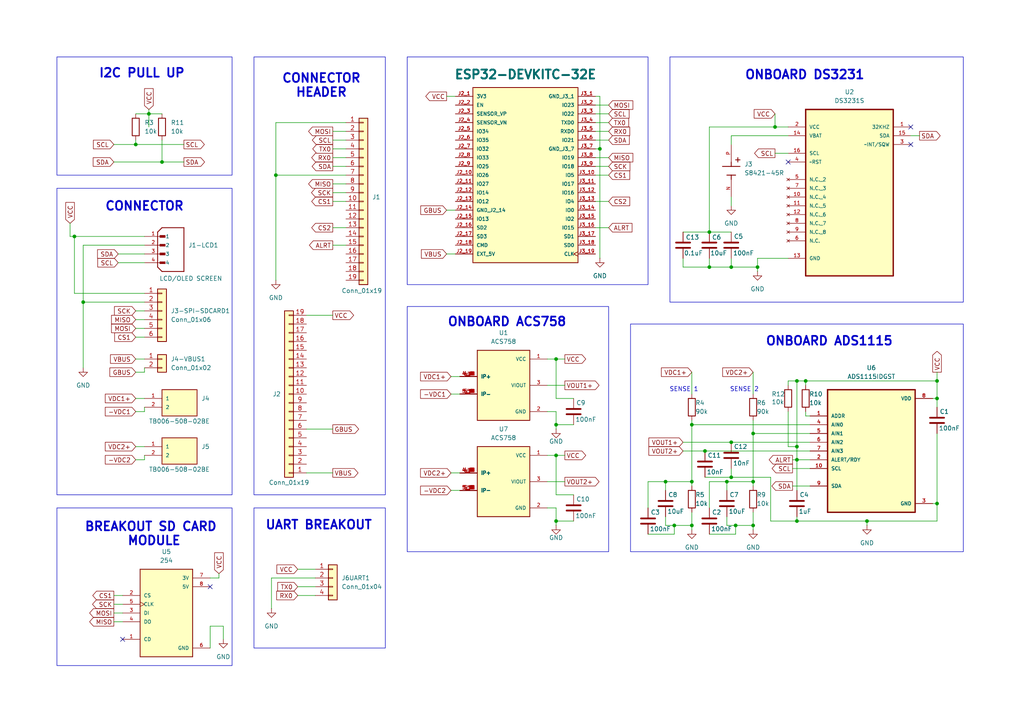
<source format=kicad_sch>
(kicad_sch (version 20231120) (generator "eeschema") (generator_version "8.0")
  (paper "A4")
  (title_block (title "Solar Panel Monitoring") (date "2025-01-03"))
  (junction (at 43.18 33.02))
  (junction (at 224.79 36.83))
  (junction (at 210.82 139.7))
  (junction (at 200.66 152.4))
  (junction (at 161.29 132.08))
  (junction (at 161.29 151.13))
  (junction (at 200.66 123.19))
  (junction (at 271.78 110.49))
  (junction (at 80.01 50.8))
  (junction (at 213.36 152.4))
  (junction (at 219.71 77.47))
  (junction (at 231.14 129.54))
  (junction (at 271.78 115.57))
  (junction (at 251.46 151.13))
  (junction (at 212.09 77.47))
  (junction (at 233.68 110.49))
  (junction (at 205.74 77.47))
  (junction (at 193.04 139.7))
  (junction (at 218.44 125.73))
  (junction (at 231.14 151.13))
  (junction (at 218.44 139.7))
  (junction (at 21.59 68.58))
  (junction (at 46.99 46.99))
  (junction (at 39.37 41.91))
  (junction (at 231.14 133.35))
  (junction (at 24.13 87.63))
  (junction (at 212.09 128.27))
  (junction (at 200.66 139.7))
  (junction (at 195.58 152.4))
  (junction (at 173.99 43.18))
  (junction (at 205.74 67.31))
  (junction (at 161.29 104.14))
  (junction (at 212.09 138.43))
  (junction (at 161.29 123.19))
  (junction (at 204.47 130.81))
  (junction (at 231.14 110.49))
  (junction (at 218.44 152.4))
  (junction (at 271.78 146.05))
  (no_connect (at 264.16 41.91))
  (no_connect (at 35.56 185.42))
  (no_connect (at 264.16 36.83))
  (no_connect (at 60.96 170.18))
  (no_connect (at 228.6 46.99))
  (wire (pts (xy 161.29 119.38) (xy 161.29 123.19)))
  (wire (pts (xy 43.18 31.75) (xy 43.18 33.02)))
  (wire (pts (xy 39.37 92.71) (xy 41.91 92.71)))
  (wire (pts (xy 172.72 48.26) (xy 176.53 48.26)))
  (wire (pts (xy 60.96 187.96) (xy 60.96 181.61)))
  (wire (pts (xy 43.18 33.02) (xy 46.99 33.02)))
  (wire (pts (xy 233.68 110.49) (xy 271.78 110.49)))
  (wire (pts (xy 41.91 133.35) (xy 39.37 133.35)))
  (wire (pts (xy 130.81 109.22) (xy 133.35 109.22)))
  (wire (pts (xy 172.72 50.8) (xy 176.53 50.8)))
  (wire (pts (xy 100.33 35.56) (xy 80.01 35.56)))
  (wire (pts (xy 33.02 177.8) (xy 35.56 177.8)))
  (wire (pts (xy 172.72 38.1) (xy 176.53 38.1)))
  (wire (pts (xy 198.12 77.47) (xy 205.74 77.47)))
  (wire (pts (xy 172.72 30.48) (xy 176.53 30.48)))
  (wire (pts (xy 219.71 77.47) (xy 219.71 78.74)))
  (wire (pts (xy 271.78 115.57) (xy 270.51 115.57)))
  (wire (pts (xy 200.66 139.7) (xy 193.04 139.7)))
  (wire (pts (xy 161.29 123.19) (xy 166.37 123.19)))
  (wire (pts (xy 218.44 148.59) (xy 218.44 152.4)))
  (wire (pts (xy 228.6 119.38) (xy 228.6 129.54)))
  (wire (pts (xy 64.77 181.61) (xy 64.77 185.42)))
  (wire (pts (xy 213.36 152.4) (xy 218.44 152.4)))
  (wire (pts (xy 210.82 152.4) (xy 213.36 152.4)))
  (wire (pts (xy 224.79 33.02) (xy 224.79 36.83)))
  (wire (pts (xy 218.44 139.7) (xy 218.44 140.97)))
  (wire (pts (xy 233.68 120.65) (xy 233.68 119.38)))
  (wire (pts (xy 96.52 45.72) (xy 100.33 45.72)))
  (wire (pts (xy 212.09 74.93) (xy 212.09 77.47)))
  (wire (pts (xy 129.54 60.96) (xy 132.08 60.96)))
  (wire (pts (xy 96.52 40.64) (xy 100.33 40.64)))
  (wire (pts (xy 39.37 95.25) (xy 41.91 95.25)))
  (wire (pts (xy 88.9 91.44) (xy 96.52 91.44)))
  (wire (pts (xy 33.02 172.72) (xy 35.56 172.72)))
  (wire (pts (xy 229.87 140.97) (xy 234.95 140.97)))
  (wire (pts (xy 200.66 123.19) (xy 200.66 139.7)))
  (wire (pts (xy 187.96 154.94) (xy 195.58 154.94)))
  (wire (pts (xy 41.91 132.08) (xy 41.91 133.35)))
  (wire (pts (xy 96.52 55.88) (xy 100.33 55.88)))
  (wire (pts (xy 224.79 44.45) (xy 228.6 44.45)))
  (wire (pts (xy 205.74 77.47) (xy 212.09 77.47)))
  (wire (pts (xy 210.82 149.86) (xy 210.82 152.4)))
  (wire (pts (xy 161.29 151.13) (xy 166.37 151.13)))
  (wire (pts (xy 158.75 139.7) (xy 163.83 139.7)))
  (wire (pts (xy 231.14 133.35) (xy 231.14 142.24)))
  (wire (pts (xy 21.59 85.09) (xy 41.91 85.09)))
  (wire (pts (xy 161.29 124.46) (xy 161.29 123.19)))
  (wire (pts (xy 219.71 74.93) (xy 228.6 74.93)))
  (wire (pts (xy 205.74 36.83) (xy 224.79 36.83)))
  (wire (pts (xy 193.04 152.4) (xy 195.58 152.4)))
  (wire (pts (xy 158.75 147.32) (xy 161.29 147.32)))
  (wire (pts (xy 231.14 149.86) (xy 231.14 151.13)))
  (wire (pts (xy 271.78 115.57) (xy 271.78 110.49)))
  (wire (pts (xy 212.09 57.15) (xy 212.09 59.69)))
  (wire (pts (xy 161.29 151.13) (xy 161.29 152.4)))
  (wire (pts (xy 205.74 77.47) (xy 205.74 74.93)))
  (wire (pts (xy 251.46 151.13) (xy 271.78 151.13)))
  (wire (pts (xy 228.6 110.49) (xy 231.14 110.49)))
  (wire (pts (xy 205.74 139.7) (xy 210.82 139.7)))
  (wire (pts (xy 41.91 68.58) (xy 21.59 68.58)))
  (wire (pts (xy 193.04 139.7) (xy 187.96 139.7)))
  (wire (pts (xy 224.79 36.83) (xy 228.6 36.83)))
  (wire (pts (xy 172.72 45.72) (xy 176.53 45.72)))
  (wire (pts (xy 158.75 119.38) (xy 161.29 119.38)))
  (wire (pts (xy 193.04 149.86) (xy 193.04 152.4)))
  (wire (pts (xy 218.44 152.4) (xy 218.44 153.67)))
  (wire (pts (xy 218.44 107.95) (xy 218.44 114.3)))
  (wire (pts (xy 88.9 124.46) (xy 96.52 124.46)))
  (wire (pts (xy 96.52 43.18) (xy 100.33 43.18)))
  (wire (pts (xy 172.72 40.64) (xy 176.53 40.64)))
  (wire (pts (xy 233.68 111.76) (xy 233.68 110.49)))
  (wire (pts (xy 200.66 121.92) (xy 200.66 123.19)))
  (wire (pts (xy 161.29 104.14) (xy 163.83 104.14)))
  (wire (pts (xy 130.81 142.24) (xy 133.35 142.24)))
  (wire (pts (xy 218.44 139.7) (xy 218.44 125.73)))
  (wire (pts (xy 161.29 143.51) (xy 161.29 132.08)))
  (wire (pts (xy 231.14 110.49) (xy 231.14 129.54)))
  (wire (pts (xy 63.5 167.64) (xy 63.5 166.37)))
  (wire (pts (xy 204.47 130.81) (xy 234.95 130.81)))
  (wire (pts (xy 173.99 43.18) (xy 173.99 74.93)))
  (wire (pts (xy 39.37 90.17) (xy 41.91 90.17)))
  (wire (pts (xy 78.74 167.64) (xy 78.74 176.53)))
  (wire (pts (xy 212.09 128.27) (xy 234.95 128.27)))
  (wire (pts (xy 96.52 48.26) (xy 100.33 48.26)))
  (wire (pts (xy 200.66 139.7) (xy 200.66 140.97)))
  (wire (pts (xy 24.13 71.12) (xy 41.91 71.12)))
  (wire (pts (xy 187.96 139.7) (xy 187.96 147.32)))
  (wire (pts (xy 234.95 120.65) (xy 233.68 120.65)))
  (wire (pts (xy 80.01 50.8) (xy 80.01 81.28)))
  (wire (pts (xy 33.02 41.91) (xy 39.37 41.91)))
  (wire (pts (xy 158.75 132.08) (xy 161.29 132.08)))
  (wire (pts (xy 161.29 115.57) (xy 161.29 104.14)))
  (wire (pts (xy 172.72 35.56) (xy 176.53 35.56)))
  (wire (pts (xy 200.66 148.59) (xy 200.66 152.4)))
  (wire (pts (xy 129.54 73.66) (xy 132.08 73.66)))
  (wire (pts (xy 43.18 33.02) (xy 43.18 36.83)))
  (wire (pts (xy 264.16 39.37) (xy 266.7 39.37)))
  (wire (pts (xy 78.74 167.64) (xy 91.44 167.64)))
  (wire (pts (xy 39.37 115.57) (xy 41.91 115.57)))
  (wire (pts (xy 219.71 74.93) (xy 219.71 77.47)))
  (wire (pts (xy 39.37 97.79) (xy 41.91 97.79)))
  (wire (pts (xy 172.72 43.18) (xy 173.99 43.18)))
  (wire (pts (xy 213.36 154.94) (xy 213.36 152.4)))
  (wire (pts (xy 166.37 143.51) (xy 161.29 143.51)))
  (wire (pts (xy 130.81 114.3) (xy 133.35 114.3)))
  (wire (pts (xy 198.12 128.27) (xy 212.09 128.27)))
  (wire (pts (xy 80.01 35.56) (xy 80.01 50.8)))
  (wire (pts (xy 21.59 68.58) (xy 21.59 85.09)))
  (wire (pts (xy 198.12 67.31) (xy 205.74 67.31)))
  (wire (pts (xy 39.37 119.38) (xy 41.91 119.38)))
  (wire (pts (xy 212.09 138.43) (xy 212.09 135.89)))
  (wire (pts (xy 60.96 167.64) (xy 63.5 167.64)))
  (wire (pts (xy 229.87 133.35) (xy 231.14 133.35)))
  (wire (pts (xy 39.37 41.91) (xy 39.37 40.64)))
  (wire (pts (xy 20.32 68.58) (xy 20.32 64.77)))
  (wire (pts (xy 271.78 118.11) (xy 271.78 115.57)))
  (wire (pts (xy 200.66 107.95) (xy 200.66 114.3)))
  (wire (pts (xy 212.09 39.37) (xy 228.6 39.37)))
  (wire (pts (xy 41.91 107.95) (xy 41.91 106.68)))
  (wire (pts (xy 60.96 181.61) (xy 64.77 181.61)))
  (wire (pts (xy 46.99 40.64) (xy 46.99 46.99)))
  (wire (pts (xy 88.9 137.16) (xy 96.52 137.16)))
  (wire (pts (xy 21.59 68.58) (xy 20.32 68.58)))
  (wire (pts (xy 198.12 130.81) (xy 204.47 130.81)))
  (wire (pts (xy 205.74 154.94) (xy 213.36 154.94)))
  (wire (pts (xy 172.72 27.94) (xy 173.99 27.94)))
  (wire (pts (xy 204.47 138.43) (xy 212.09 138.43)))
  (wire (pts (xy 33.02 46.99) (xy 46.99 46.99)))
  (wire (pts (xy 161.29 132.08) (xy 163.83 132.08)))
  (wire (pts (xy 271.78 146.05) (xy 270.51 146.05)))
  (wire (pts (xy 212.09 138.43) (xy 223.52 138.43)))
  (wire (pts (xy 223.52 151.13) (xy 231.14 151.13)))
  (wire (pts (xy 41.91 119.38) (xy 41.91 118.11)))
  (wire (pts (xy 86.36 170.18) (xy 91.44 170.18)))
  (wire (pts (xy 158.75 104.14) (xy 161.29 104.14)))
  (wire (pts (xy 96.52 58.42) (xy 100.33 58.42)))
  (wire (pts (xy 228.6 129.54) (xy 231.14 129.54)))
  (wire (pts (xy 166.37 115.57) (xy 161.29 115.57)))
  (wire (pts (xy 231.14 151.13) (xy 251.46 151.13)))
  (wire (pts (xy 195.58 154.94) (xy 195.58 152.4)))
  (wire (pts (xy 33.02 175.26) (xy 35.56 175.26)))
  (wire (pts (xy 218.44 121.92) (xy 218.44 125.73)))
  (wire (pts (xy 24.13 87.63) (xy 41.91 87.63)))
  (wire (pts (xy 193.04 139.7) (xy 193.04 142.24)))
  (wire (pts (xy 205.74 67.31) (xy 212.09 67.31)))
  (wire (pts (xy 234.95 125.73) (xy 218.44 125.73)))
  (wire (pts (xy 39.37 107.95) (xy 41.91 107.95)))
  (wire (pts (xy 158.75 111.76) (xy 163.83 111.76)))
  (wire (pts (xy 198.12 74.93) (xy 198.12 77.47)))
  (wire (pts (xy 39.37 129.54) (xy 41.91 129.54)))
  (wire (pts (xy 251.46 152.4) (xy 251.46 151.13)))
  (wire (pts (xy 195.58 152.4) (xy 200.66 152.4)))
  (wire (pts (xy 205.74 36.83) (xy 205.74 67.31)))
  (wire (pts (xy 172.72 66.04) (xy 176.53 66.04)))
  (wire (pts (xy 271.78 151.13) (xy 271.78 146.05)))
  (wire (pts (xy 212.09 77.47) (xy 219.71 77.47)))
  (wire (pts (xy 271.78 110.49) (xy 271.78 107.95)))
  (wire (pts (xy 172.72 58.42) (xy 176.53 58.42)))
  (wire (pts (xy 24.13 71.12) (xy 24.13 87.63)))
  (wire (pts (xy 210.82 139.7) (xy 218.44 139.7)))
  (wire (pts (xy 39.37 41.91) (xy 53.34 41.91)))
  (wire (pts (xy 271.78 125.73) (xy 271.78 146.05)))
  (wire (pts (xy 80.01 50.8) (xy 100.33 50.8)))
  (wire (pts (xy 129.54 27.94) (xy 132.08 27.94)))
  (wire (pts (xy 210.82 139.7) (xy 210.82 142.24)))
  (wire (pts (xy 33.02 180.34) (xy 35.56 180.34)))
  (wire (pts (xy 173.99 27.94) (xy 173.99 43.18)))
  (wire (pts (xy 229.87 135.89) (xy 234.95 135.89)))
  (wire (pts (xy 86.36 172.72) (xy 91.44 172.72)))
  (wire (pts (xy 34.29 76.2) (xy 41.91 76.2)))
  (wire (pts (xy 200.66 152.4) (xy 200.66 153.67)))
  (wire (pts (xy 96.52 71.12) (xy 100.33 71.12)))
  (wire (pts (xy 205.74 147.32) (xy 205.74 139.7)))
  (wire (pts (xy 96.52 53.34) (xy 100.33 53.34)))
  (wire (pts (xy 39.37 104.14) (xy 41.91 104.14)))
  (wire (pts (xy 96.52 38.1) (xy 100.33 38.1)))
  (wire (pts (xy 86.36 165.1) (xy 91.44 165.1)))
  (wire (pts (xy 96.52 66.04) (xy 100.33 66.04)))
  (wire (pts (xy 24.13 87.63) (xy 24.13 106.68)))
  (wire (pts (xy 231.14 110.49) (xy 233.68 110.49)))
  (wire (pts (xy 200.66 123.19) (xy 234.95 123.19)))
  (wire (pts (xy 212.09 39.37) (xy 212.09 41.91)))
  (wire (pts (xy 161.29 147.32) (xy 161.29 151.13)))
  (wire (pts (xy 130.81 137.16) (xy 133.35 137.16)))
  (wire (pts (xy 231.14 129.54) (xy 231.14 133.35)))
  (wire (pts (xy 223.52 138.43) (xy 223.52 151.13)))
  (wire (pts (xy 34.29 73.66) (xy 41.91 73.66)))
  (wire (pts (xy 43.18 33.02) (xy 39.37 33.02)))
  (wire (pts (xy 231.14 133.35) (xy 234.95 133.35)))
  (wire (pts (xy 228.6 110.49) (xy 228.6 111.76)))
  (wire (pts (xy 172.72 33.02) (xy 176.53 33.02)))
  (wire (pts (xy 46.99 46.99) (xy 53.34 46.99)))
  (rectangle (start 194.31 16.51) (end 279.4 87.63))
  (rectangle (start 118.11 16.51) (end 187.96 82.55))
  (rectangle (start 73.66 147.32) (end 111.76 187.96))
  (rectangle (start 16.51 16.51) (end 67.31 50.8))
  (rectangle (start 16.51 147.32) (end 67.31 193.04))
  (rectangle (start 16.51 54.61) (end 67.31 143.51))
  (rectangle (start 118.11 88.9) (end 176.53 160.02))
  (rectangle (start 73.66 16.51) (end 111.76 143.51))
  (rectangle (start 182.88 93.98) (end 279.4 160.02))
  (text "SENSE 2" (at 215.9 113.03 0) (effects (font (size 1.27 1.27))))
  (text "CONNECTOR\nHEADER" (at 93.218 24.892 0) (effects (font (size 2.54 2.54) (thickness 0.508) (bold yes))))
  (text "I2C PULL UP" (at 41.148 21.336 0) (effects (font (size 2.54 2.54) (thickness 0.508) (bold yes))))
  (text "SENSE 1" (at 198.374 113.03 0) (effects (font (size 1.27 1.27))))
  (text "ONBOARD ADS1115" (at 240.538 99.06 0) (effects (font (size 2.54 2.54) (thickness 0.508) (bold yes))))
  (text "CONNECTOR" (at 41.91 59.944 0) (effects (font (size 2.54 2.54) (thickness 0.508) (bold yes))))
  (text "ONBOARD ACS758" (at 147.066 93.472 0) (effects (font (size 2.54 2.54) (thickness 0.508) (bold yes))))
  (text "BREAKOUT SD CARD \nMODULE" (at 44.704 154.94 0) (effects (font (size 2.54 2.54) (thickness 0.508) (bold yes))))
  (text "UART BREAKOUT" (at 92.456 152.4 0) (effects (font (size 2.54 2.54) (thickness 0.508) (bold yes))))
  (text "ONBOARD DS3231" (at 233.426 21.844 0) (effects (font (size 2.54 2.54) (thickness 0.508) (bold yes))))
  (global_label "VDC2+" (shape input) (at 39.37 129.54 180) (property "Intersheetrefs" "${INTERSHEET_REFS}" (effects (hide yes))))
  (global_label "VCC" (shape output) (at 129.54 27.94 180) (property "Intersheetrefs" "${INTERSHEET_REFS}" (effects (hide yes))))
  (global_label "MOSI" (shape input) (at 39.37 95.25 180) (property "Intersheetrefs" "${INTERSHEET_REFS}" (effects (hide yes))))
  (global_label "-VDC2" (shape input) (at 39.37 133.35 180) (property "Intersheetrefs" "${INTERSHEET_REFS}" (effects (hide yes))))
  (global_label "SDA" (shape input) (at 34.29 73.66 180) (property "Intersheetrefs" "${INTERSHEET_REFS}" (effects (hide yes))))
  (global_label "VOUT1+" (shape input) (at 198.12 128.27 180) (property "Intersheetrefs" "${INTERSHEET_REFS}" (effects (hide yes))))
  (global_label "MOSI" (shape output) (at 96.52 38.1 180) (property "Intersheetrefs" "${INTERSHEET_REFS}" (effects (hide yes))))
  (global_label "VBUS" (shape input) (at 39.37 104.14 180) (property "Intersheetrefs" "${INTERSHEET_REFS}" (effects (hide yes))))
  (global_label "CS1" (shape input) (at 39.37 97.79 180) (property "Intersheetrefs" "${INTERSHEET_REFS}" (effects (hide yes))))
  (global_label "VCC" (shape input) (at 63.5 166.37 90) (property "Intersheetrefs" "${INTERSHEET_REFS}" (effects (hide yes))))
  (global_label "VCC" (shape output) (at 271.78 107.95 90) (property "Intersheetrefs" "${INTERSHEET_REFS}" (effects (hide yes))))
  (global_label "ALRT" (shape output) (at 96.52 71.12 180) (property "Intersheetrefs" "${INTERSHEET_REFS}" (effects (hide yes))))
  (global_label "TX0" (shape input) (at 86.36 170.18 180) (property "Intersheetrefs" "${INTERSHEET_REFS}" (effects (hide yes))))
  (global_label "SCK" (shape input) (at 176.53 48.26 0) (property "Intersheetrefs" "${INTERSHEET_REFS}" (effects (hide yes))))
  (global_label "SCL" (shape input) (at 33.02 41.91 180) (property "Intersheetrefs" "${INTERSHEET_REFS}" (effects (hide yes))))
  (global_label "GBUS" (shape input) (at 39.37 107.95 180) (property "Intersheetrefs" "${INTERSHEET_REFS}" (effects (hide yes))))
  (global_label "VOUT1+" (shape output) (at 163.83 111.76 0) (property "Intersheetrefs" "${INTERSHEET_REFS}" (effects (hide yes))))
  (global_label "TX0" (shape output) (at 96.52 43.18 180) (property "Intersheetrefs" "${INTERSHEET_REFS}" (effects (hide yes))))
  (global_label "ALRT" (shape input) (at 176.53 66.04 0) (property "Intersheetrefs" "${INTERSHEET_REFS}" (effects (hide yes))))
  (global_label "CS1" (shape output) (at 33.02 172.72 180) (property "Intersheetrefs" "${INTERSHEET_REFS}" (effects (hide yes))))
  (global_label "VDC2+" (shape input) (at 130.81 137.16 180) (property "Intersheetrefs" "${INTERSHEET_REFS}" (effects (hide yes))))
  (global_label "CS1" (shape input) (at 176.53 50.8 0) (property "Intersheetrefs" "${INTERSHEET_REFS}" (effects (hide yes))))
  (global_label "GBUS" (shape output) (at 96.52 124.46 0) (property "Intersheetrefs" "${INTERSHEET_REFS}" (effects (hide yes))))
  (global_label "MISO" (shape output) (at 33.02 180.34 180) (property "Intersheetrefs" "${INTERSHEET_REFS}" (effects (hide yes))))
  (global_label "SDA" (shape output) (at 96.52 48.26 180) (property "Intersheetrefs" "${INTERSHEET_REFS}" (effects (hide yes))))
  (global_label "MOSI" (shape output) (at 33.02 177.8 180) (property "Intersheetrefs" "${INTERSHEET_REFS}" (effects (hide yes))))
  (global_label "SCL" (shape output) (at 229.87 135.89 180) (property "Intersheetrefs" "${INTERSHEET_REFS}" (effects (hide yes))))
  (global_label "SDA" (shape output) (at 53.34 46.99 0) (property "Intersheetrefs" "${INTERSHEET_REFS}" (effects (hide yes))))
  (global_label "VCC" (shape output) (at 96.52 91.44 0) (property "Intersheetrefs" "${INTERSHEET_REFS}" (effects (hide yes))))
  (global_label "VCC" (shape output) (at 163.83 132.08 0) (property "Intersheetrefs" "${INTERSHEET_REFS}" (effects (hide yes))))
  (global_label "VCC" (shape input) (at 43.18 31.75 90) (property "Intersheetrefs" "${INTERSHEET_REFS}" (effects (hide yes))))
  (global_label "SDA" (shape input) (at 33.02 46.99 180) (property "Intersheetrefs" "${INTERSHEET_REFS}" (effects (hide yes))))
  (global_label "GBUS" (shape input) (at 129.54 60.96 180) (property "Intersheetrefs" "${INTERSHEET_REFS}" (effects (hide yes))))
  (global_label "CS2" (shape output) (at 96.52 66.04 180) (property "Intersheetrefs" "${INTERSHEET_REFS}" (effects (hide yes))))
  (global_label "VOUT2+" (shape output) (at 163.83 139.7 0) (property "Intersheetrefs" "${INTERSHEET_REFS}" (effects (hide yes))))
  (global_label "VDC1+" (shape input) (at 130.81 109.22 180) (property "Intersheetrefs" "${INTERSHEET_REFS}" (effects (hide yes))))
  (global_label "SCL" (shape output) (at 224.79 44.45 180) (property "Intersheetrefs" "${INTERSHEET_REFS}" (effects (hide yes))))
  (global_label "VCC" (shape input) (at 224.79 33.02 180) (property "Intersheetrefs" "${INTERSHEET_REFS}" (effects (hide yes))))
  (global_label "CS1" (shape output) (at 96.52 58.42 180) (property "Intersheetrefs" "${INTERSHEET_REFS}" (effects (hide yes))))
  (global_label "SCL" (shape output) (at 53.34 41.91 0) (property "Intersheetrefs" "${INTERSHEET_REFS}" (effects (hide yes))))
  (global_label "MOSI" (shape input) (at 176.53 30.48 0) (property "Intersheetrefs" "${INTERSHEET_REFS}" (effects (hide yes))))
  (global_label "SCK" (shape input) (at 39.37 90.17 180) (property "Intersheetrefs" "${INTERSHEET_REFS}" (effects (hide yes))))
  (global_label "SDA" (shape input) (at 176.53 40.64 0) (property "Intersheetrefs" "${INTERSHEET_REFS}" (effects (hide yes))))
  (global_label "RX0" (shape input) (at 176.53 38.1 0) (property "Intersheetrefs" "${INTERSHEET_REFS}" (effects (hide yes))))
  (global_label "SCK" (shape output) (at 96.52 55.88 180) (property "Intersheetrefs" "${INTERSHEET_REFS}" (effects (hide yes))))
  (global_label "SDA" (shape output) (at 266.7 39.37 0) (property "Intersheetrefs" "${INTERSHEET_REFS}" (effects (hide yes))))
  (global_label "SDA" (shape output) (at 229.87 140.97 180) (property "Intersheetrefs" "${INTERSHEET_REFS}" (effects (hide yes))))
  (global_label "RX0" (shape output) (at 96.52 45.72 180) (property "Intersheetrefs" "${INTERSHEET_REFS}" (effects (hide yes))))
  (global_label "-VDC1" (shape input) (at 130.81 114.3 180) (property "Intersheetrefs" "${INTERSHEET_REFS}" (effects (hide yes))))
  (global_label "MISO" (shape input) (at 176.53 45.72 0) (property "Intersheetrefs" "${INTERSHEET_REFS}" (effects (hide yes))))
  (global_label "SCL" (shape output) (at 96.52 40.64 180) (property "Intersheetrefs" "${INTERSHEET_REFS}" (effects (hide yes))))
  (global_label "VCC" (shape output) (at 163.83 104.14 0) (property "Intersheetrefs" "${INTERSHEET_REFS}" (effects (hide yes))))
  (global_label "RX0" (shape input) (at 86.36 172.72 180) (property "Intersheetrefs" "${INTERSHEET_REFS}" (effects (hide yes))))
  (global_label "SCK" (shape output) (at 33.02 175.26 180) (property "Intersheetrefs" "${INTERSHEET_REFS}" (effects (hide yes))))
  (global_label "MISO" (shape input) (at 39.37 92.71 180) (property "Intersheetrefs" "${INTERSHEET_REFS}" (effects (hide yes))))
  (global_label "TX0" (shape input) (at 176.53 35.56 0) (property "Intersheetrefs" "${INTERSHEET_REFS}" (effects (hide yes))))
  (global_label "VBUS" (shape input) (at 129.54 73.66 180) (property "Intersheetrefs" "${INTERSHEET_REFS}" (effects (hide yes))))
  (global_label "VOUT2+" (shape input) (at 198.12 130.81 180) (property "Intersheetrefs" "${INTERSHEET_REFS}" (effects (hide yes))))
  (global_label "SCL" (shape input) (at 176.53 33.02 0) (property "Intersheetrefs" "${INTERSHEET_REFS}" (effects (hide yes))))
  (global_label "-VDC1" (shape input) (at 39.37 119.38 180) (property "Intersheetrefs" "${INTERSHEET_REFS}" (effects (hide yes))))
  (global_label "VDC1+" (shape input) (at 39.37 115.57 180) (property "Intersheetrefs" "${INTERSHEET_REFS}" (effects (hide yes))))
  (global_label "SCL" (shape input) (at 34.29 76.2 180) (property "Intersheetrefs" "${INTERSHEET_REFS}" (effects (hide yes))))
  (global_label "ALRT" (shape output) (at 229.87 133.35 180) (property "Intersheetrefs" "${INTERSHEET_REFS}" (effects (hide yes))))
  (global_label "VDC2+" (shape input) (at 218.44 107.95 180) (property "Intersheetrefs" "${INTERSHEET_REFS}" (effects (hide yes))))
  (global_label "CS2" (shape input) (at 176.53 58.42 0) (property "Intersheetrefs" "${INTERSHEET_REFS}" (effects (hide yes))))
  (global_label "VDC1+" (shape input) (at 200.66 107.95 180) (property "Intersheetrefs" "${INTERSHEET_REFS}" (effects (hide yes))))
  (global_label "VCC" (shape input) (at 86.36 165.1 180) (property "Intersheetrefs" "${INTERSHEET_REFS}" (effects (hide yes))))
  (global_label "-VDC2" (shape input) (at 130.81 142.24 180) (property "Intersheetrefs" "${INTERSHEET_REFS}" (effects (hide yes))))
  (global_label "MISO" (shape output) (at 96.52 53.34 180) (property "Intersheetrefs" "${INTERSHEET_REFS}" (effects (hide yes))))
  (global_label "VBUS" (shape output) (at 96.52 137.16 0) (property "Intersheetrefs" "${INTERSHEET_REFS}" (effects (hide yes))))
  (global_label "VCC" (shape input) (at 20.32 64.77 90) (property "Intersheetrefs" "${INTERSHEET_REFS}" (effects (hide yes))))
  (symbol (lib_id "power:GND") (at 161.29 124.46 0) (unit 1)
    (property "Reference" "#PWR011" (effects (hide yes)))
    (property "Value" "GND" (at 161.29 128.016 0))
    (property "Description" "Power symbol creates a global label with name \"GND\" , ground" (effects (hide yes)))
  )
  (symbol (lib_id "Device:R") (at 200.66 144.78 0) (unit 1)
    (property "Reference" "R5" (at 201.676 143.51 0) (effects (justify left)))
    (property "Value" "10k" (at 201.676 146.05 0) (effects (justify left)))
    (property "Footprint" "Resistor_SMD:R_1210_3225Metric_Pad1.30x2.65mm_HandSolder" (effects (hide yes)))
    (property "Description" "Resistor" (effects (hide yes)))
  )
  (symbol (lib_id "Device:R") (at 46.99 36.83 0) (unit 1)
    (property "Reference" "R11" (at 49.53 35.5599 0) (effects (justify left)))
    (property "Value" "10k" (at 49.53 38.0999 0) (effects (justify left)))
    (property "Footprint" "Resistor_SMD:R_0805_2012Metric_Pad1.20x1.40mm_HandSolder" (effects (hide yes)))
    (property "Description" "Resistor" (effects (hide yes)))
  )
  (symbol (lib_id "TB006-508-02BE:TB006-508-02BE") (at 52.07 132.08 0) (unit 1)
    (property "Reference" "J5" (at 58.42 129.5399 0) (effects (justify left)))
    (property "Value" "TB006-508-02BE" (at 43.18 136.144 0) (effects (justify left)))
    (property "Footprint" "TB006-508-02BE:CUI_TB006-508-02BE" (effects (hide yes)))
    (property "MF" "Same Sky" (effects (hide yes)))
    (property "Description_1" "\n                        \n                            2~24 Poles, Screw Type, Horizontal, 5.08 Pitch, 26~14 (AWG), Terminal Block Connector\n                        \n" (effects (hide yes)))
    (property "Package" "None" (effects (hide yes)))
    (property "Price" "None" (effects (hide yes)))
    (property "Check_prices" "https://www.snapeda.com/parts/TB006-508-02BE/Same+Sky/view-part/?ref=eda" (effects (hide yes)))
    (property "STANDARD" "Manufacturer Recommendations" (effects (hide yes)))
    (property "SnapEDA_Link" "https://www.snapeda.com/parts/TB006-508-02BE/Same+Sky/view-part/?ref=snap" (effects (hide yes)))
    (property "MP" "TB006-508-02BE" (effects (hide yes)))
    (property "Availability" "In Stock" (effects (hide yes)))
    (property "MANUFACTURER" "CUI" (effects (hide yes)))
  )
  (symbol (lib_id "power:GND") (at 78.74 176.53 0) (unit 1)
    (property "Reference" "#PWR06" (effects (hide yes)))
    (property "Value" "GND" (at 78.74 181.61 0))
    (property "Description" "Power symbol creates a global label with name \"GND\" , ground" (effects (hide yes)))
  )
  (symbol (lib_id "ADS1115IDGST:ADS1115IDGST") (at 252.73 130.81 0) (unit 1)
    (property "Reference" "U6" (at 252.73 106.68 0))
    (property "Value" "ADS1115IDGST" (at 252.73 109.22 0))
    (property "Footprint" "ADS1115IDGST:SOP50P490X110-10N" (effects (hide yes)))
    (property "MF" "Texas Instruments" (effects (hide yes)))
    (property "Description_1" "\n                        \n                            16-bit, 860-SPS, 4-channel, delta-sigma ADC with PGA, oscillator, VREF, comparator and I2C\n                        \n" (effects (hide yes)))
    (property "Package" "VSSOP-10 Texas Instruments" (effects (hide yes)))
    (property "Price" "None" (effects (hide yes)))
    (property "SnapEDA_Link" "https://www.snapeda.com/parts/ADS1115IDGST/Texas+Instruments/view-part/?ref=snap" (effects (hide yes)))
    (property "MP" "ADS1115IDGST" (effects (hide yes)))
    (property "Availability" "In Stock" (effects (hide yes)))
    (property "Check_prices" "https://www.snapeda.com/parts/ADS1115IDGST/Texas+Instruments/view-part/?ref=eda" (effects (hide yes)))
  )
  (symbol (lib_id "power:GND") (at 218.44 153.67 0) (unit 1)
    (property "Reference" "#PWR07" (effects (hide yes)))
    (property "Value" "GND" (at 218.44 158.75 0))
    (property "Description" "Power symbol creates a global label with name \"GND\" , ground" (effects (hide yes)))
  )
  (symbol (lib_id "Connector_Generic:Conn_01x02") (at 46.99 104.14 0) (unit 1)
    (property "Reference" "J4-VBUS1" (at 49.53 104.1399 0) (effects (justify left)))
    (property "Value" "Conn_01x02" (at 49.53 106.6799 0) (effects (justify left)))
    (property "Footprint" "Connectors_JST:JST_EH_B02B-EH-A_02x2.50mm_Straight" (effects (hide yes)))
    (property "Description" "Generic connector, single row, 01x02, script generated (kicad-library-utils/schlib/autogen/connector/)" (effects (hide yes)))
  )
  (symbol (lib_id "Device:C") (at 205.74 151.13 180) (unit 1)
    (property "Reference" "C2" (at 206.502 148.59 0) (effects (justify right)))
    (property "Value" "100nF" (at 206.248 153.416 0) (effects (justify right)))
    (property "Footprint" "Capacitor_SMD:C_0603_1608Metric" (effects (hide yes)))
    (property "Description" "Unpolarized capacitor" (effects (hide yes)))
  )
  (symbol (lib_id "Device:C") (at 212.09 71.12 180) (unit 1)
    (property "Reference" "C5" (at 212.852 68.58 0) (effects (justify right)))
    (property "Value" "100nF" (at 212.598 73.406 0) (effects (justify right)))
    (property "Footprint" "Capacitor_SMD:C_0603_1608Metric" (effects (hide yes)))
    (property "Description" "Unpolarized capacitor" (effects (hide yes)))
  )
  (symbol (lib_id "power:GND") (at 219.71 78.74 0) (unit 1)
    (property "Reference" "#PWR05" (effects (hide yes)))
    (property "Value" "GND" (at 219.71 83.82 0))
    (property "Description" "Power symbol creates a global label with name \"GND\" , ground" (effects (hide yes)))
  )
  (symbol (lib_id "Device:R") (at 228.6 115.57 0) (unit 1)
    (property "Reference" "R12" (at 223.774 114.3 0) (effects (justify left)))
    (property "Value" "10k" (at 223.774 116.586 0) (effects (justify left)))
    (property "Footprint" "Resistor_SMD:R_0805_2012Metric_Pad1.20x1.40mm_HandSolder" (effects (hide yes)))
    (property "Description" "Resistor" (effects (hide yes)))
  )
  (symbol (lib_id "power:GND") (at 24.13 106.68 0) (unit 1)
    (property "Reference" "#PWR016" (effects (hide yes)))
    (property "Value" "GND" (at 24.13 111.76 0))
    (property "Description" "Power symbol creates a global label with name \"GND\" , ground" (effects (hide yes)))
  )
  (symbol (lib_id "Device:C") (at 198.12 71.12 180) (unit 1)
    (property "Reference" "C13" (at 198.882 68.834 0) (effects (justify right)))
    (property "Value" "0.1uF" (at 198.374 73.406 0) (effects (justify right)))
    (property "Footprint" "Capacitor_SMD:C_0603_1608Metric" (effects (hide yes)))
    (property "Description" "Unpolarized capacitor" (effects (hide yes)))
  )
  (symbol (lib_id "Device:C") (at 271.78 121.92 180) (unit 1)
    (property "Reference" "C1" (at 272.542 119.38 0) (effects (justify right)))
    (property "Value" "100nF" (at 272.288 124.206 0) (effects (justify right)))
    (property "Footprint" "Capacitor_SMD:C_0603_1608Metric" (effects (hide yes)))
    (property "Description" "Unpolarized capacitor" (effects (hide yes)))
  )
  (symbol (lib_id "Device:C") (at 193.04 146.05 180) (unit 1)
    (property "Reference" "C8" (at 193.802 143.51 0) (effects (justify right)))
    (property "Value" "10uF" (at 193.548 148.336 0) (effects (justify right)))
    (property "Footprint" "Capacitor_SMD:C_0603_1608Metric" (effects (hide yes)))
    (property "Description" "Unpolarized capacitor" (effects (hide yes)))
  )
  (symbol (lib_id "Device:R") (at 233.68 115.57 0) (unit 1)
    (property "Reference" "R10" (at 234.696 114.3 0) (effects (justify left)))
    (property "Value" "10k" (at 234.696 116.84 0) (effects (justify left)))
    (property "Footprint" "Resistor_SMD:R_0805_2012Metric_Pad1.20x1.40mm_HandSolder" (effects (hide yes)))
    (property "Description" "Resistor" (effects (hide yes)))
  )
  (symbol (lib_id "Connector_Generic:Conn_01x06") (at 46.99 90.17 0) (unit 1)
    (property "Reference" "J3-SPI-SDCARD1" (at 49.53 90.1699 0) (effects (justify left)))
    (property "Value" "Conn_01x06" (at 49.53 92.7099 0) (effects (justify left)))
    (property "Footprint" "Connector_PinHeader_2.54mm:PinHeader_1x06_P2.54mm_Vertical" (effects (hide yes)))
    (property "Description" "Generic connector, single row, 01x06, script generated (kicad-library-utils/schlib/autogen/connector/)" (effects (hide yes)))
  )
  (symbol (lib_id "power:GND") (at 64.77 185.42 0) (unit 1)
    (property "Reference" "#PWR09" (effects (hide yes)))
    (property "Value" "GND" (at 64.77 190.5 0))
    (property "Description" "Power symbol creates a global label with name \"GND\" , ground" (effects (hide yes)))
  )
  (symbol (lib_id "Device:R") (at 218.44 144.78 0) (unit 1)
    (property "Reference" "R9" (at 219.456 143.51 0) (effects (justify left)))
    (property "Value" "10k" (at 219.456 146.05 0) (effects (justify left)))
    (property "Footprint" "Resistor_SMD:R_1210_3225Metric_Pad1.30x2.65mm_HandSolder" (effects (hide yes)))
    (property "Description" "Resistor" (effects (hide yes)))
  )
  (symbol (lib_id "power:GND") (at 200.66 153.67 0) (unit 1)
    (property "Reference" "#PWR04" (effects (hide yes)))
    (property "Value" "GND" (at 200.66 158.75 0))
    (property "Description" "Power symbol creates a global label with name \"GND\" , ground" (effects (hide yes)))
  )
  (symbol (lib_id "power:GND") (at 212.09 59.69 0) (unit 1)
    (property "Reference" "#PWR03" (effects (hide yes)))
    (property "Value" "GND" (at 212.09 64.77 0))
    (property "Description" "Power symbol creates a global label with name \"GND\" , ground" (effects (hide yes)))
  )
  (symbol (lib_id "Connector_Generic:Conn_01x19") (at 105.41 58.42 0) (unit 1)
    (property "Reference" "J1" (at 107.95 57.1499 0) (effects (justify left)))
    (property "Value" "Conn_01x19" (at 99.06 84.328 0) (effects (justify left)))
    (property "Footprint" "Connector_PinSocket_2.54mm:PinSocket_1x19_P2.54mm_Vertical" (effects (hide yes)))
    (property "Description" "Generic connector, single row, 01x19, script generated (kicad-library-utils/schlib/autogen/connector/)" (effects (hide yes)))
  )
  (symbol (lib_id "DS3231S:DS3231S") (at 246.38 52.07 0) (unit 1)
    (property "Reference" "U2" (at 246.38 26.67 0))
    (property "Value" "DS3231S" (at 246.38 29.21 0))
    (property "Footprint" "DS3231S:SOIC127P1032X265-16N" (effects (hide yes)))
    (property "MF" "Analog Devices" (effects (hide yes)))
    (property "Description_1" "\n                        \n                            Extremely Accurate I²C-Integrated RTC/TCXO/Crystal\n                        \n" (effects (hide yes)))
    (property "PACKAGE" "SOIC-16" (effects (hide yes)))
    (property "MPN" "DS3231S#" (effects (hide yes)))
    (property "Price" "None" (effects (hide yes)))
    (property "Package" "SOIC-16 Maxim" (effects (hide yes)))
    (property "OC_FARNELL" "-" (effects (hide yes)))
    (property "SnapEDA_Link" "https://www.snapeda.com/parts/DS3231S%23/Analog+Devices/view-part/?ref=snap" (effects (hide yes)))
    (property "MP" "DS3231S#" (effects (hide yes)))
    (property "SUPPLIER" "Maxim" (effects (hide yes)))
    (property "OC_NEWARK" "68K3404" (effects (hide yes)))
    (property "Availability" "In Stock" (effects (hide yes)))
    (property "Check_prices" "https://www.snapeda.com/parts/DS3231S%23/Analog+Devices/view-part/?ref=eda" (effects (hide yes)))
  )
  (symbol (lib_id "Device:R") (at 39.37 36.83 0) (unit 1)
    (property "Reference" "R3" (at 41.91 35.5599 0) (effects (justify left)))
    (property "Value" "10k" (at 41.91 38.0999 0) (effects (justify left)))
    (property "Footprint" "Resistor_SMD:R_0805_2012Metric_Pad1.20x1.40mm_HandSolder" (effects (hide yes)))
    (property "Description" "Resistor" (effects (hide yes)))
  )
  (symbol (lib_id "power:GND") (at 161.29 152.4 0) (unit 1)
    (property "Reference" "#PWR010" (effects (hide yes)))
    (property "Value" "GND" (at 161.29 155.956 0))
    (property "Description" "Power symbol creates a global label with name \"GND\" , ground" (effects (hide yes)))
  )
  (symbol (lib_id "power:GND") (at 251.46 152.4 0) (unit 1)
    (property "Reference" "#PWR08" (effects (hide yes)))
    (property "Value" "GND" (at 251.46 157.48 0))
    (property "Description" "Power symbol creates a global label with name \"GND\" , ground" (effects (hide yes)))
  )
  (symbol (lib_id "Device:C") (at 187.96 151.13 180) (unit 1)
    (property "Reference" "C3" (at 188.722 148.59 0) (effects (justify right)))
    (property "Value" "100nF" (at 188.468 153.416 0) (effects (justify right)))
    (property "Footprint" "Capacitor_SMD:C_0603_1608Metric" (effects (hide yes)))
    (property "Description" "Unpolarized capacitor" (effects (hide yes)))
  )
  (symbol (lib_id "Device:R") (at 200.66 118.11 0) (unit 1)
    (property "Reference" "R4" (at 201.676 116.84 0) (effects (justify left)))
    (property "Value" "90k" (at 201.676 119.38 0) (effects (justify left)))
    (property "Footprint" "Resistor_SMD:R_1210_3225Metric_Pad1.30x2.65mm_HandSolder" (effects (hide yes)))
    (property "Description" "Resistor" (effects (hide yes)))
  )
  (symbol (lib_id "Connector_Generic:Conn_01x04") (at 96.52 167.64 0) (unit 1)
    (property "Reference" "J6UART1" (at 99.06 167.6399 0) (effects (justify left)))
    (property "Value" "Conn_01x04" (at 99.06 170.1799 0) (effects (justify left)))
    (property "Footprint" "Connector_PinHeader_2.54mm:PinHeader_1x04_P2.54mm_Vertical" (effects (hide yes)))
    (property "Description" "Generic connector, single row, 01x04, script generated (kicad-library-utils/schlib/autogen/connector/)" (effects (hide yes)))
  )
  (symbol (lib_id "Device:C") (at 166.37 119.38 180) (unit 1)
    (property "Reference" "C9" (at 167.132 116.84 0) (effects (justify right)))
    (property "Value" "100nF" (at 166.878 121.666 0) (effects (justify right)))
    (property "Footprint" "Capacitor_SMD:C_0603_1608Metric" (effects (hide yes)))
    (property "Description" "Unpolarized capacitor" (effects (hide yes)))
  )
  (symbol (lib_id "Device:C") (at 212.09 132.08 180) (unit 1)
    (property "Reference" "C12" (at 212.852 129.54 0) (effects (justify right)))
    (property "Value" "10nF" (at 212.598 134.366 0) (effects (justify right)))
    (property "Footprint" "Capacitor_SMD:C_0603_1608Metric" (effects (hide yes)))
    (property "Description" "Unpolarized capacitor" (effects (hide yes)))
  )
  (symbol (lib_id "ACS758:ACS758") (at 146.05 139.7 0) (unit 1)
    (property "Reference" "U7" (at 146.05 124.46 0))
    (property "Value" "ACS758" (at 146.05 127 0))
    (property "Footprint" "ACS758:XDCR_ACS758" (effects (hide yes)))
    (property "MF" "Allegro MicroSystems" (effects (hide yes)))
    (property "Description_1" "\n                        \n                            Current Sensor 150A 1 Channel Hall Effect, Open Loop Unidirectional 5-CB Formed Leads, PFF\n                        \n" (effects (hide yes)))
    (property "PACKAGE" "5-CB-5 Allegro MicroSystems LLC" (effects (hide yes)))
    (property "Price" "None" (effects (hide yes)))
    (property "Package" "5-CB-5 Allegro MicroSystems LLC" (effects (hide yes)))
    (property "Check_prices" "https://www.snapeda.com/parts/ACS758/Allegro/view-part/?ref=eda" (effects (hide yes)))
    (property "STANDARD" "Manufacturer Recommendations" (effects (hide yes)))
    (property "PARTREV" "12" (effects (hide yes)))
    (property "SnapEDA_Link" "https://www.snapeda.com/parts/ACS758/Allegro/view-part/?ref=snap" (effects (hide yes)))
    (property "MP" "ACS758" (effects (hide yes)))
    (property "Availability" "Not in stock" (effects (hide yes)))
    (property "MANUFACTURER" "Allegro MicroSystems LLC" (effects (hide yes)))
  )
  (symbol (lib_id "ESP32-DEVKITC-32E:ESP32-DEVKITC-32E") (at 152.4 50.8 0) (unit 1)
    (property "Reference" "U4" (effects (hide yes)))
    (property "Value" "ESP32-DEVKITC-32E" (at 152.4 21.59 0) (effects (font (size 2.54 2.54) (bold yes))))
    (property "Footprint" "ESP32-DEVKITC-32E:MODULE_ESP32-DEVKITC-32E" (effects (hide yes)))
    (property "MF" "Espressif Systems" (effects (hide yes)))
    (property "Description_1" "\n                        \n                            The ESP32-DEVKITC-32E transceiver evaluation board from Espressif Systems is a powerful development tool for wireless communication technologies. It supports 802.11 b/g/n Wi-Fi and Bluetooth® Smart Ready 4.x (BLE) dual-mode at 2.4GHz, making it ideal for a variety of IoT applications. Equipped with a PCB antenna and 4MB flash, this board provides reliable connectivity and ample memory for developing and testing RF, RFID, and wireless solutions.\n                        \n" (effects (hide yes)))
    (property "Package" "None" (effects (hide yes)))
    (property "Price" "None" (effects (hide yes)))
    (property "Check_prices" "https://www.snapeda.com/parts/ESP32-DEVKITC-32E/Espressif+Systems/view-part/?ref=eda" (effects (hide yes)))
    (property "STANDARD" "Manufacturer Recommendations" (effects (hide yes)))
    (property "PARTREV" "1.4" (effects (hide yes)))
    (property "SnapEDA_Link" "https://www.snapeda.com/parts/ESP32-DEVKITC-32E/Espressif+Systems/view-part/?ref=snap" (effects (hide yes)))
    (property "MP" "ESP32-DEVKITC-32E" (effects (hide yes)))
    (property "Availability" "In Stock" (effects (hide yes)))
    (property "MANUFACTURER" "Espressif Systems" (effects (hide yes)))
  )
  (symbol (lib_id "Device:R") (at 218.44 118.11 0) (unit 1)
    (property "Reference" "R6" (at 219.456 116.84 0) (effects (justify left)))
    (property "Value" "90k" (at 219.456 119.38 0) (effects (justify left)))
    (property "Footprint" "Resistor_SMD:R_1210_3225Metric_Pad1.30x2.65mm_HandSolder" (effects (hide yes)))
    (property "Description" "Resistor" (effects (hide yes)))
  )
  (symbol (lib_id "Device:C") (at 166.37 147.32 180) (unit 1)
    (property "Reference" "C10" (at 167.132 144.78 0) (effects (justify right)))
    (property "Value" "100nF" (at 166.878 149.606 0) (effects (justify right)))
    (property "Footprint" "Capacitor_SMD:C_0603_1608Metric" (effects (hide yes)))
    (property "Description" "Unpolarized capacitor" (effects (hide yes)))
  )
  (symbol (lib_id "Device:C") (at 210.82 146.05 180) (unit 1)
    (property "Reference" "C7" (at 211.582 143.51 0) (effects (justify right)))
    (property "Value" "10uF" (at 211.328 148.336 0) (effects (justify right)))
    (property "Footprint" "Capacitor_SMD:C_0603_1608Metric" (effects (hide yes)))
    (property "Description" "Unpolarized capacitor" (effects (hide yes)))
  )
  (symbol (lib_id "Device:C") (at 204.47 134.62 180) (unit 1)
    (property "Reference" "C11" (at 205.232 132.08 0) (effects (justify right)))
    (property "Value" "10nF" (at 204.978 136.906 0) (effects (justify right)))
    (property "Footprint" "Capacitor_SMD:C_0603_1608Metric" (effects (hide yes)))
    (property "Description" "Unpolarized capacitor" (effects (hide yes)))
  )
  (symbol (lib_id "power:GND") (at 173.99 74.93 0) (unit 1)
    (property "Reference" "#PWR01" (effects (hide yes)))
    (property "Value" "GND" (at 173.99 80.01 0))
    (property "Description" "Power symbol creates a global label with name \"GND\" , ground" (effects (hide yes)))
  )
  (symbol (lib_id "Device:C") (at 205.74 71.12 180) (unit 1)
    (property "Reference" "C6" (at 206.502 68.834 0) (effects (justify right)))
    (property "Value" "10uF" (at 205.994 73.406 0) (effects (justify right)))
    (property "Footprint" "Capacitor_SMD:C_0603_1608Metric" (effects (hide yes)))
    (property "Description" "Unpolarized capacitor" (effects (hide yes)))
  )
  (symbol (lib_id "S8421-45R:S8421-45R") (at 212.09 49.53 270) (unit 1)
    (property "Reference" "J3" (at 215.9 47.6249 90) (effects (justify left)))
    (property "Value" "S8421-45R" (at 215.9 50.1649 90) (effects (justify left)))
    (property "Footprint" "S8421-45R:HARWIN_S8421-45R" (effects (hide yes)))
    (property "MF" "Harwin" (effects (hide yes)))
    (property "MAXIMUM_PACKAGE_HEIGHT" "5.30mm" (effects (hide yes)))
    (property "Package" "None" (effects (hide yes)))
    (property "Price" "None" (effects (hide yes)))
    (property "Check_prices" "https://www.snapeda.com/parts/S8421-45R/Harwin/view-part/?ref=eda" (effects (hide yes)))
    (property "STANDARD" "Manufacturer Recommendations" (effects (hide yes)))
    (property "PARTREV" "7" (effects (hide yes)))
    (property "SnapEDA_Link" "https://www.snapeda.com/parts/S8421-45R/Harwin/view-part/?ref=snap" (effects (hide yes)))
    (property "MP" "S8421-45R" (effects (hide yes)))
    (property "Description_1" "\n                        \n                            Coin Cell Battery Retainer, Horizontal SMT, for CR2032 Coin Cell Batteries, Tape & Reeled\n                        \n" (effects (hide yes)))
    (property "Availability" "In Stock" (effects (hide yes)))
    (property "MANUFACTURER" "Harwin" (effects (hide yes)))
  )
  (symbol (lib_id "ACS758:ACS758") (at 146.05 111.76 0) (unit 1)
    (property "Reference" "U1" (at 146.05 96.52 0))
    (property "Value" "ACS758" (at 146.05 99.06 0))
    (property "Footprint" "ACS758:XDCR_ACS758" (effects (hide yes)))
    (property "MF" "Allegro MicroSystems" (effects (hide yes)))
    (property "Description_1" "\n                        \n                            Current Sensor 150A 1 Channel Hall Effect, Open Loop Unidirectional 5-CB Formed Leads, PFF\n                        \n" (effects (hide yes)))
    (property "PACKAGE" "5-CB-5 Allegro MicroSystems LLC" (effects (hide yes)))
    (property "Price" "None" (effects (hide yes)))
    (property "Package" "5-CB-5 Allegro MicroSystems LLC" (effects (hide yes)))
    (property "Check_prices" "https://www.snapeda.com/parts/ACS758/Allegro/view-part/?ref=eda" (effects (hide yes)))
    (property "STANDARD" "Manufacturer Recommendations" (effects (hide yes)))
    (property "PARTREV" "12" (effects (hide yes)))
    (property "SnapEDA_Link" "https://www.snapeda.com/parts/ACS758/Allegro/view-part/?ref=snap" (effects (hide yes)))
    (property "MP" "ACS758" (effects (hide yes)))
    (property "Availability" "Not in stock" (effects (hide yes)))
    (property "MANUFACTURER" "Allegro MicroSystems LLC" (effects (hide yes)))
  )
  (symbol (lib_id "Device:C") (at 231.14 146.05 180) (unit 1)
    (property "Reference" "C4" (at 231.902 143.51 0) (effects (justify right)))
    (property "Value" "1uF" (at 231.648 148.336 0) (effects (justify right)))
    (property "Footprint" "Capacitor_SMD:C_0603_1608Metric" (effects (hide yes)))
    (property "Description" "Unpolarized capacitor" (effects (hide yes)))
  )
  (symbol (lib_id "B4B-XH-A_LF__SN_:B4B-XH-A_LF__SN_") (at 49.53 71.12 0) (unit 1)
    (property "Reference" "J1-LCD1" (at 54.61 71.1199 0) (effects (justify left)))
    (property "Value" "LCD/OLED SCREEN" (at 46.228 80.772 0) (effects (justify left)))
    (property "Footprint" "B4B-XH-A_LF__SN_:JST_B4B-XH-A_LF__SN_" (effects (hide yes)))
    (property "MF" "JST Sales America Inc." (effects (hide yes)))
    (property "MAXIMUM_PACKAGE_HEIGHT" "7.00 mm" (effects (hide yes)))
    (property "Package" "None" (effects (hide yes)))
    (property "Price" "None" (effects (hide yes)))
    (property "Check_prices" "https://www.snapeda.com/parts/B4B-XH-A(LF)(SN)/JST/view-part/?ref=eda" (effects (hide yes)))
    (property "STANDARD" "Manufacturer Recommendations" (effects (hide yes)))
    (property "PARTREV" "7/4/21" (effects (hide yes)))
    (property "SnapEDA_Link" "https://www.snapeda.com/parts/B4B-XH-A(LF)(SN)/JST/view-part/?ref=snap" (effects (hide yes)))
    (property "MP" "B4B-XH-A(LF)(SN)" (effects (hide yes)))
    (property "Description_1" "\n                        \n                            Connector Header Through Hole 4 position 0.098 (2.50mm)\n                        \n" (effects (hide yes)))
    (property "Availability" "In Stock" (effects (hide yes)))
    (property "MANUFACTURER" "JST" (effects (hide yes)))
  )
  (symbol (lib_id "TB006-508-02BE:TB006-508-02BE") (at 52.07 118.11 0) (unit 1)
    (property "Reference" "J4" (at 58.42 115.5699 0) (effects (justify left)))
    (property "Value" "TB006-508-02BE" (at 43.18 122.174 0) (effects (justify left)))
    (property "Footprint" "TB006-508-02BE:CUI_TB006-508-02BE" (effects (hide yes)))
    (property "MF" "Same Sky" (effects (hide yes)))
    (property "Description_1" "\n                        \n                            2~24 Poles, Screw Type, Horizontal, 5.08 Pitch, 26~14 (AWG), Terminal Block Connector\n                        \n" (effects (hide yes)))
    (property "Package" "None" (effects (hide yes)))
    (property "Price" "None" (effects (hide yes)))
    (property "Check_prices" "https://www.snapeda.com/parts/TB006-508-02BE/Same+Sky/view-part/?ref=eda" (effects (hide yes)))
    (property "STANDARD" "Manufacturer Recommendations" (effects (hide yes)))
    (property "SnapEDA_Link" "https://www.snapeda.com/parts/TB006-508-02BE/Same+Sky/view-part/?ref=snap" (effects (hide yes)))
    (property "MP" "TB006-508-02BE" (effects (hide yes)))
    (property "Availability" "In Stock" (effects (hide yes)))
    (property "MANUFACTURER" "CUI" (effects (hide yes)))
  )
  (symbol (lib_id "Connector_Generic:Conn_01x19") (at 83.82 114.3 180) (unit 1)
    (property "Reference" "J2" (at 80.264 114.3 0))
    (property "Value" "Conn_01x19" (at 83.82 139.954 0))
    (property "Footprint" "Connector_PinSocket_2.54mm:PinSocket_1x19_P2.54mm_Vertical" (effects (hide yes)))
    (property "Description" "Generic connector, single row, 01x19, script generated (kicad-library-utils/schlib/autogen/connector/)" (effects (hide yes)))
  )
  (symbol (lib_id "power:GND") (at 80.01 81.28 0) (unit 1)
    (property "Reference" "#PWR02" (effects (hide yes)))
    (property "Value" "GND" (at 80.01 86.36 0))
    (property "Description" "Power symbol creates a global label with name \"GND\" , ground" (effects (hide yes)))
  )
  (symbol (lib_id "254:254") (at 48.26 177.8 0) (unit 1)
    (property "Reference" "U5" (at 48.26 160.02 0))
    (property "Value" "254" (at 48.26 162.56 0))
    (property "Footprint" "254:MODULE_254" (effects (hide yes)))
    (property "MF" "Adafruit" (effects (hide yes)))
    (property "MAXIMUM_PACKAGE_HEIGHT" "3.75 mm" (effects (hide yes)))
    (property "Package" "NON STANDARD Adafruit" (effects (hide yes)))
    (property "Price" "None" (effects (hide yes)))
    (property "Check_prices" "https://www.snapeda.com/parts/254/Adafruit+Industries/view-part/?ref=eda" (effects (hide yes)))
    (property "STANDARD" "Manufacturer Recommendations" (effects (hide yes)))
    (property "PARTREV" "Jul 31, 2013" (effects (hide yes)))
    (property "SnapEDA_Link" "https://www.snapeda.com/parts/254/Adafruit+Industries/view-part/?ref=snap" (effects (hide yes)))
    (property "MP" "254" (effects (hide yes)))
    (property "Description_1" "\n                        \n                            MicroSD card breakout board+ | Adafruit Industries 254\n                        \n" (effects (hide yes)))
    (property "Availability" "In Stock" (effects (hide yes)))
    (property "MANUFACTURER" "Adafruit Industries" (effects (hide yes)))
  )
)
</source>
